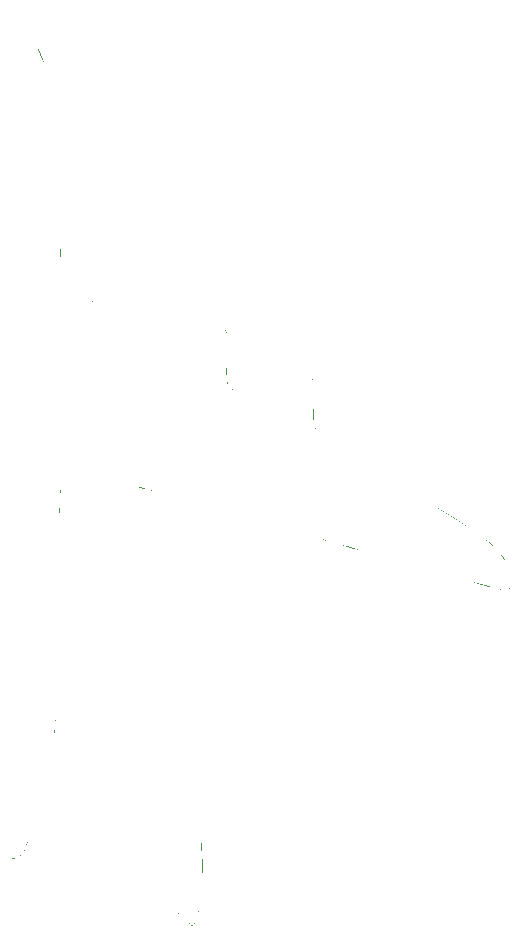
<source format=gbr>
G04 #@! TF.GenerationSoftware,KiCad,Pcbnew,(6.99.0-2452-gdb4f2d9dd8)*
G04 #@! TF.CreationDate,2022-07-29T13:50:10-05:00*
G04 #@! TF.ProjectId,an225,616e3232-352e-46b6-9963-61645f706362,rev?*
G04 #@! TF.SameCoordinates,Original*
G04 #@! TF.FileFunction,Legend,Top*
G04 #@! TF.FilePolarity,Positive*
%FSLAX46Y46*%
G04 Gerber Fmt 4.6, Leading zero omitted, Abs format (unit mm)*
G04 Created by KiCad (PCBNEW (6.99.0-2452-gdb4f2d9dd8)) date 2022-07-29 13:50:10*
%MOMM*%
%LPD*%
G01*
G04 APERTURE LIST*
%ADD10C,0.150000*%
%ADD11R,1.700000X1.700000*%
%ADD12O,1.700000X1.700000*%
G04 APERTURE END LIST*
D10*
G36*
X119930048Y-45927807D02*
G01*
X120092419Y-46036359D01*
X120204969Y-46117773D01*
X120334544Y-46217279D01*
X120478230Y-46334877D01*
X120633112Y-46470566D01*
X120796278Y-46624348D01*
X120964812Y-46796222D01*
X121050182Y-46888944D01*
X121135801Y-46986188D01*
X121221306Y-47087955D01*
X121306331Y-47194246D01*
X121390514Y-47305059D01*
X121473488Y-47420396D01*
X121554891Y-47540255D01*
X121634358Y-47664637D01*
X121711525Y-47793543D01*
X121786027Y-47926971D01*
X121857501Y-48064922D01*
X121925581Y-48207397D01*
X122173760Y-48761030D01*
X122394992Y-49284654D01*
X122591028Y-49790756D01*
X122763620Y-50291823D01*
X122914518Y-50800342D01*
X123045474Y-51328799D01*
X123158239Y-51889681D01*
X123254564Y-52495474D01*
X123336199Y-53158666D01*
X123404897Y-53891743D01*
X123462408Y-54707191D01*
X123510483Y-55617498D01*
X123550873Y-56635149D01*
X123585331Y-57772632D01*
X123643449Y-60457040D01*
X123690969Y-62878790D01*
X123747713Y-64712112D01*
X123786344Y-65438987D01*
X123835444Y-66055804D01*
X123897731Y-66574913D01*
X123975926Y-67008663D01*
X124072751Y-67369403D01*
X124190925Y-67669484D01*
X124333170Y-67921255D01*
X124502205Y-68137065D01*
X124700751Y-68329265D01*
X124931528Y-68510203D01*
X125500661Y-68887695D01*
X126209878Y-69340282D01*
X126493862Y-69517435D01*
X126735344Y-69661275D01*
X126937761Y-69771386D01*
X127104550Y-69847352D01*
X127175657Y-69872401D01*
X127239145Y-69888758D01*
X127295444Y-69896371D01*
X127344984Y-69895188D01*
X127388193Y-69885158D01*
X127425502Y-69866227D01*
X127457339Y-69838345D01*
X127484136Y-69801460D01*
X127506320Y-69755519D01*
X127524321Y-69700470D01*
X127538570Y-69636263D01*
X127549495Y-69562844D01*
X127563094Y-69388164D01*
X127568552Y-69176016D01*
X127568796Y-68637653D01*
X127571754Y-68182555D01*
X127578779Y-67998429D01*
X127592461Y-67840559D01*
X127602491Y-67770839D01*
X127615017Y-67706925D01*
X127630316Y-67648565D01*
X127648665Y-67595507D01*
X127670343Y-67547497D01*
X127695626Y-67504285D01*
X127724791Y-67465617D01*
X127758116Y-67431241D01*
X127795879Y-67400904D01*
X127838356Y-67374353D01*
X127885825Y-67351338D01*
X127938563Y-67331604D01*
X127996847Y-67314900D01*
X128060956Y-67300972D01*
X128131165Y-67289570D01*
X128207753Y-67280439D01*
X128381174Y-67267984D01*
X128583437Y-67261589D01*
X129083362Y-67258896D01*
X129349945Y-67259475D01*
X129583135Y-67263528D01*
X129785035Y-67274530D01*
X129874908Y-67283723D01*
X129957748Y-67295956D01*
X130033818Y-67311662D01*
X130103379Y-67331278D01*
X130166696Y-67355236D01*
X130224031Y-67383972D01*
X130275648Y-67417919D01*
X130321809Y-67457512D01*
X130362777Y-67503185D01*
X130398815Y-67555373D01*
X130430186Y-67614509D01*
X130457154Y-67681028D01*
X130479980Y-67755364D01*
X130498929Y-67837952D01*
X130514263Y-67929226D01*
X130526245Y-68029620D01*
X130535138Y-68139569D01*
X130541205Y-68259506D01*
X130545913Y-68531083D01*
X130542473Y-68847827D01*
X130519563Y-69630711D01*
X130497701Y-70416033D01*
X130496743Y-70738564D01*
X130506283Y-71021409D01*
X130529210Y-71269872D01*
X130546595Y-71382867D01*
X130568409Y-71489254D01*
X130595013Y-71589696D01*
X130626768Y-71684855D01*
X130664035Y-71775396D01*
X130707175Y-71861979D01*
X130756549Y-71945268D01*
X130812517Y-72025926D01*
X130875441Y-72104615D01*
X130945681Y-72181998D01*
X131023599Y-72258737D01*
X131109555Y-72335496D01*
X131307025Y-72491723D01*
X131540980Y-72655979D01*
X131814306Y-72833567D01*
X132490620Y-73249944D01*
X133301449Y-73740338D01*
X133994149Y-74153434D01*
X134495204Y-74445789D01*
X134650891Y-74533113D01*
X134731099Y-74573959D01*
X134740892Y-74575908D01*
X134750562Y-74573914D01*
X134760095Y-74568071D01*
X134769479Y-74558470D01*
X134778702Y-74545204D01*
X134787752Y-74528364D01*
X134796617Y-74508043D01*
X134805284Y-74484332D01*
X134821976Y-74427111D01*
X134837730Y-74357436D01*
X134852449Y-74276045D01*
X134866034Y-74183672D01*
X134878387Y-74081056D01*
X134889412Y-73968932D01*
X134899009Y-73848036D01*
X134907080Y-73719105D01*
X134913529Y-73582875D01*
X134918256Y-73440083D01*
X134921165Y-73291464D01*
X134922156Y-73137756D01*
X134925123Y-72638413D01*
X134932169Y-72436386D01*
X134945891Y-72263167D01*
X134955951Y-72186669D01*
X134968514Y-72116541D01*
X134983859Y-72052507D01*
X135002263Y-71994291D01*
X135024005Y-71941614D01*
X135049363Y-71894200D01*
X135078615Y-71851773D01*
X135112039Y-71814054D01*
X135149914Y-71780768D01*
X135192518Y-71751637D01*
X135240128Y-71726383D01*
X135293022Y-71704731D01*
X135351480Y-71686403D01*
X135415779Y-71671121D01*
X135486198Y-71658610D01*
X135563013Y-71648592D01*
X135736950Y-71634926D01*
X135939814Y-71627909D01*
X136441226Y-71624954D01*
X136708601Y-71625565D01*
X136942472Y-71629838D01*
X137144940Y-71641436D01*
X137235054Y-71651127D01*
X137318104Y-71664022D01*
X137394353Y-71680581D01*
X137464064Y-71701259D01*
X137527499Y-71726516D01*
X137584920Y-71756809D01*
X137636590Y-71792596D01*
X137682772Y-71834335D01*
X137723727Y-71882483D01*
X137759719Y-71937499D01*
X137791009Y-71999840D01*
X137817861Y-72069965D01*
X137840537Y-72148330D01*
X137859299Y-72235394D01*
X137874410Y-72331614D01*
X137886132Y-72437449D01*
X137894728Y-72553356D01*
X137900460Y-72679794D01*
X137904383Y-72966090D01*
X137900000Y-73300000D01*
X137874718Y-74125314D01*
X137848495Y-74951827D01*
X137841875Y-75288582D01*
X137841442Y-75580417D01*
X137848588Y-75831894D01*
X137864706Y-76047572D01*
X137891190Y-76232013D01*
X137929433Y-76389778D01*
X137980829Y-76525427D01*
X138011894Y-76586384D01*
X138046771Y-76643522D01*
X138128652Y-76748623D01*
X138227865Y-76845291D01*
X138345805Y-76938086D01*
X138483864Y-77031571D01*
X138825914Y-77238849D01*
X139310072Y-77529008D01*
X139861900Y-77865770D01*
X140413447Y-78207360D01*
X140896764Y-78512002D01*
X141359639Y-78805240D01*
X141546047Y-78917040D01*
X141705286Y-79003503D01*
X141775386Y-79036734D01*
X141839496Y-79063034D01*
X141897883Y-79082203D01*
X141950815Y-79094041D01*
X141998558Y-79098350D01*
X142041381Y-79094930D01*
X142079551Y-79083582D01*
X142113335Y-79064107D01*
X142142999Y-79036306D01*
X142168813Y-78999979D01*
X142191043Y-78954927D01*
X142209955Y-78900951D01*
X142225819Y-78837853D01*
X142238900Y-78765431D01*
X142249467Y-78683489D01*
X142257787Y-78591825D01*
X142268753Y-78378539D01*
X142273938Y-78123979D01*
X142275520Y-77484666D01*
X142278494Y-76915795D01*
X142285557Y-76685638D01*
X142299310Y-76488300D01*
X142309393Y-76401149D01*
X142321985Y-76321257D01*
X142337365Y-76248307D01*
X142355812Y-76181985D01*
X142377604Y-76121974D01*
X142403020Y-76067958D01*
X142432340Y-76019623D01*
X142465841Y-75976653D01*
X142503803Y-75938731D01*
X142546505Y-75905544D01*
X142594224Y-75876774D01*
X142647241Y-75852107D01*
X142705833Y-75831227D01*
X142770280Y-75813817D01*
X142840861Y-75799564D01*
X142917853Y-75788151D01*
X143092190Y-75772583D01*
X143295522Y-75764588D01*
X143798088Y-75761222D01*
X144066074Y-75761855D01*
X144300461Y-75766282D01*
X144503332Y-75778298D01*
X144593601Y-75788338D01*
X144676773Y-75801698D01*
X144753109Y-75818853D01*
X144822870Y-75840277D01*
X144886315Y-75866444D01*
X144943706Y-75897829D01*
X144995304Y-75934905D01*
X145041368Y-75978148D01*
X145082160Y-76028032D01*
X145117940Y-76085030D01*
X145148969Y-76149618D01*
X145175508Y-76222269D01*
X145197817Y-76303458D01*
X145216156Y-76393660D01*
X145230787Y-76493348D01*
X145241970Y-76602997D01*
X145249965Y-76723081D01*
X145255034Y-76854074D01*
X145257434Y-77150687D01*
X145251255Y-77496631D01*
X145221500Y-78351686D01*
X145205791Y-78808669D01*
X145202737Y-79214706D01*
X145209184Y-79401672D01*
X145222668Y-79579564D01*
X145244480Y-79749603D01*
X145275912Y-79913011D01*
X145318255Y-80071008D01*
X145372801Y-80224815D01*
X145440840Y-80375653D01*
X145523664Y-80524744D01*
X145622565Y-80673307D01*
X145738832Y-80822564D01*
X145873759Y-80973737D01*
X146028635Y-81128045D01*
X146204753Y-81286710D01*
X146403403Y-81450954D01*
X146625877Y-81621995D01*
X146873466Y-81801057D01*
X147147461Y-81989360D01*
X147449153Y-82188124D01*
X148140796Y-82621922D01*
X148958725Y-83112218D01*
X149913269Y-83668780D01*
X152273523Y-85019774D01*
X155097073Y-86648553D01*
X157310178Y-87980746D01*
X158210350Y-88555000D01*
X158984954Y-89078361D01*
X159643003Y-89558579D01*
X160193514Y-90003406D01*
X160645498Y-90420594D01*
X161007972Y-90817892D01*
X161289949Y-91203053D01*
X161500444Y-91583827D01*
X161648470Y-91967965D01*
X161743043Y-92363219D01*
X161793176Y-92777340D01*
X161807884Y-93218079D01*
X161809464Y-93297654D01*
X161813235Y-93372450D01*
X161821541Y-93506806D01*
X161823172Y-93565916D01*
X161821185Y-93619349D01*
X161814128Y-93666881D01*
X161808244Y-93688363D01*
X161800548Y-93708285D01*
X161790859Y-93726620D01*
X161778994Y-93743339D01*
X161764773Y-93758414D01*
X161748014Y-93771817D01*
X161728535Y-93783520D01*
X161706154Y-93793495D01*
X161680691Y-93801714D01*
X161651963Y-93808148D01*
X161619790Y-93812770D01*
X161583989Y-93815552D01*
X161500778Y-93815483D01*
X161400880Y-93807715D01*
X161282842Y-93792025D01*
X161145211Y-93768188D01*
X160986535Y-93735978D01*
X160805362Y-93695173D01*
X160600241Y-93645547D01*
X160369717Y-93586875D01*
X160112340Y-93518934D01*
X159511216Y-93354343D01*
X158785250Y-93149980D01*
X157922824Y-92904046D01*
X155742122Y-92280286D01*
X151621663Y-91110996D01*
X149762620Y-90595047D01*
X149685135Y-90576548D01*
X149559611Y-90543220D01*
X149190666Y-90439588D01*
X148708217Y-90299178D01*
X148164696Y-90137018D01*
X147620336Y-89974737D01*
X147135605Y-89833993D01*
X146763283Y-89729864D01*
X146556151Y-89677432D01*
X146477750Y-89658976D01*
X146353727Y-89626372D01*
X145994228Y-89525971D01*
X145528475Y-89390744D01*
X145007289Y-89235201D01*
X144472330Y-89075831D01*
X143969071Y-88930193D01*
X143554060Y-88814385D01*
X143283850Y-88744510D01*
X142865373Y-88631679D01*
X142046673Y-88398924D01*
X140945955Y-88080206D01*
X139681424Y-87709483D01*
X131886519Y-85459873D01*
X131849162Y-85453752D01*
X131808282Y-85445576D01*
X131716538Y-85423787D01*
X131612459Y-85395958D01*
X131497219Y-85363542D01*
X131237946Y-85290759D01*
X131096260Y-85253296D01*
X130948103Y-85217056D01*
X130678440Y-85135022D01*
X130354530Y-85058992D01*
X129983752Y-84989143D01*
X129573482Y-84925649D01*
X128663987Y-84818428D01*
X127685072Y-84738728D01*
X126695765Y-84687948D01*
X125755094Y-84667488D01*
X124922087Y-84678749D01*
X124564404Y-84696712D01*
X124255772Y-84723129D01*
X124205301Y-84723433D01*
X124157960Y-84725556D01*
X124135425Y-84727868D01*
X124113627Y-84731318D01*
X124092550Y-84736133D01*
X124072178Y-84742541D01*
X124052497Y-84750768D01*
X124033490Y-84761042D01*
X124015142Y-84773591D01*
X123997438Y-84788642D01*
X123980362Y-84806423D01*
X123963899Y-84827161D01*
X123948033Y-84851084D01*
X123932750Y-84878419D01*
X123918032Y-84909393D01*
X123903866Y-84944235D01*
X123890235Y-84983171D01*
X123877124Y-85026429D01*
X123864518Y-85074237D01*
X123852401Y-85126821D01*
X123840758Y-85184411D01*
X123829573Y-85247232D01*
X123818831Y-85315512D01*
X123808516Y-85389479D01*
X123789107Y-85555384D01*
X123771221Y-85746766D01*
X123754736Y-85965446D01*
X123739527Y-86213242D01*
X123725471Y-86491974D01*
X123712445Y-86803463D01*
X123700324Y-87149528D01*
X123688985Y-87531989D01*
X123678305Y-87952666D01*
X123668159Y-88413379D01*
X123658425Y-88915947D01*
X123639695Y-90053928D01*
X123621125Y-91381168D01*
X123580511Y-94661659D01*
X123522247Y-98594338D01*
X123452131Y-101955245D01*
X123378986Y-104387609D01*
X123311635Y-105534659D01*
X123286749Y-105700173D01*
X123278109Y-105777065D01*
X123273333Y-105851299D01*
X123273418Y-105923814D01*
X123279360Y-105995550D01*
X123292156Y-106067445D01*
X123301436Y-106103745D01*
X123312803Y-106140438D01*
X123326382Y-106177640D01*
X123342298Y-106215469D01*
X123360674Y-106254042D01*
X123381637Y-106293477D01*
X123431817Y-106375401D01*
X123493835Y-106462180D01*
X123568687Y-106554753D01*
X123657371Y-106654060D01*
X123760883Y-106761039D01*
X123880219Y-106876630D01*
X124016377Y-107001772D01*
X124170353Y-107137404D01*
X124343144Y-107284465D01*
X124535746Y-107443894D01*
X124749157Y-107616630D01*
X124984373Y-107803613D01*
X125242391Y-108005782D01*
X125524207Y-108224075D01*
X126163222Y-108712793D01*
X126909391Y-109277280D01*
X128755090Y-110663612D01*
X130601480Y-112045396D01*
X131991498Y-113066754D01*
X132536597Y-113452527D01*
X132993078Y-113760497D01*
X133369433Y-113994765D01*
X133674154Y-114159433D01*
X133915732Y-114258601D01*
X134015496Y-114284904D01*
X134102659Y-114296370D01*
X134178282Y-114293511D01*
X134243427Y-114276841D01*
X134299155Y-114246872D01*
X134346527Y-114204116D01*
X134386606Y-114149087D01*
X134420451Y-114082296D01*
X134473692Y-113915481D01*
X134552086Y-113463272D01*
X134586088Y-113247507D01*
X134621473Y-113054148D01*
X134658129Y-112882933D01*
X134695946Y-112733601D01*
X134734814Y-112605888D01*
X134774622Y-112499534D01*
X134815261Y-112414277D01*
X134856619Y-112349854D01*
X134898586Y-112306004D01*
X134941053Y-112282465D01*
X134962439Y-112278230D01*
X134983909Y-112278975D01*
X135027042Y-112295272D01*
X135070344Y-112331094D01*
X135113703Y-112386179D01*
X135157010Y-112460266D01*
X135200154Y-112553093D01*
X135243024Y-112664397D01*
X135285510Y-112793917D01*
X135327503Y-112941390D01*
X135368891Y-113106556D01*
X135449412Y-113488916D01*
X135526190Y-113938901D01*
X135598344Y-114454417D01*
X135664991Y-115033367D01*
X135725246Y-115673658D01*
X135778229Y-116373193D01*
X135803474Y-116931838D01*
X135807410Y-117513465D01*
X135792109Y-118106813D01*
X135759644Y-118700620D01*
X135712090Y-119283625D01*
X135651519Y-119844565D01*
X135580005Y-120372178D01*
X135499621Y-120855203D01*
X135412439Y-121282379D01*
X135320534Y-121642442D01*
X135225979Y-121924132D01*
X135130847Y-122116186D01*
X135083712Y-122175080D01*
X135037210Y-122207343D01*
X134991601Y-122211565D01*
X134947144Y-122186340D01*
X134904097Y-122130260D01*
X134862720Y-122041917D01*
X134786012Y-121762811D01*
X134765680Y-121669258D01*
X134744928Y-121583997D01*
X134723726Y-121506986D01*
X134702043Y-121438185D01*
X134679847Y-121377551D01*
X134657108Y-121325043D01*
X134633795Y-121280620D01*
X134609877Y-121244241D01*
X134597681Y-121229054D01*
X134585322Y-121215863D01*
X134572796Y-121204661D01*
X134560100Y-121195445D01*
X134547228Y-121188209D01*
X134534179Y-121182946D01*
X134520947Y-121179654D01*
X134507529Y-121178325D01*
X134493920Y-121178955D01*
X134480118Y-121181540D01*
X134466118Y-121186072D01*
X134451916Y-121192548D01*
X134437508Y-121200963D01*
X134422891Y-121211310D01*
X134393013Y-121237784D01*
X134377880Y-121252400D01*
X134362792Y-121265934D01*
X134347745Y-121278384D01*
X134332734Y-121289749D01*
X134317754Y-121300029D01*
X134302800Y-121309223D01*
X134287869Y-121317331D01*
X134272954Y-121324351D01*
X134258050Y-121330284D01*
X134243155Y-121335127D01*
X134228261Y-121338882D01*
X134213365Y-121341546D01*
X134198463Y-121343119D01*
X134183548Y-121343600D01*
X134168616Y-121342989D01*
X134153663Y-121341285D01*
X134138684Y-121338488D01*
X134123673Y-121334595D01*
X134108627Y-121329608D01*
X134093540Y-121323525D01*
X134078407Y-121316345D01*
X134063224Y-121308067D01*
X134047987Y-121298692D01*
X134032689Y-121288218D01*
X134017326Y-121276644D01*
X134001895Y-121263970D01*
X133986389Y-121250195D01*
X133970804Y-121235318D01*
X133955135Y-121219339D01*
X133939377Y-121202256D01*
X133923526Y-121184070D01*
X133907577Y-121164780D01*
X133307938Y-120821059D01*
X131865892Y-120090895D01*
X127569318Y-118004173D01*
X123247332Y-115970495D01*
X121773521Y-115306635D01*
X121129411Y-115055740D01*
X121121026Y-115056717D01*
X121112193Y-115059615D01*
X121102936Y-115064386D01*
X121093278Y-115070983D01*
X121083243Y-115079358D01*
X121072856Y-115089463D01*
X121062139Y-115101249D01*
X121051118Y-115114670D01*
X121039815Y-115129677D01*
X121028254Y-115146222D01*
X121004457Y-115183737D01*
X120979917Y-115226831D01*
X120954824Y-115275121D01*
X120929370Y-115328225D01*
X120903745Y-115385760D01*
X120878141Y-115447343D01*
X120852748Y-115512591D01*
X120827757Y-115581120D01*
X120803360Y-115652549D01*
X120779746Y-115726494D01*
X120757107Y-115802573D01*
X120738831Y-115859576D01*
X120717682Y-115913717D01*
X120693889Y-115965065D01*
X120667676Y-116013689D01*
X120639272Y-116059658D01*
X120608901Y-116103040D01*
X120576791Y-116143906D01*
X120543167Y-116182323D01*
X120508257Y-116218361D01*
X120472286Y-116252089D01*
X120435480Y-116283577D01*
X120398067Y-116312892D01*
X120322323Y-116365283D01*
X120246863Y-116409815D01*
X120173499Y-116447039D01*
X120104041Y-116477508D01*
X120040301Y-116501775D01*
X119984090Y-116520391D01*
X119901495Y-116542881D01*
X119870744Y-116549396D01*
X119870744Y-45891623D01*
X119930048Y-45927807D01*
G37*
X119930048Y-45927807D02*
X120092419Y-46036359D01*
X120204969Y-46117773D01*
X120334544Y-46217279D01*
X120478230Y-46334877D01*
X120633112Y-46470566D01*
X120796278Y-46624348D01*
X120964812Y-46796222D01*
X121050182Y-46888944D01*
X121135801Y-46986188D01*
X121221306Y-47087955D01*
X121306331Y-47194246D01*
X121390514Y-47305059D01*
X121473488Y-47420396D01*
X121554891Y-47540255D01*
X121634358Y-47664637D01*
X121711525Y-47793543D01*
X121786027Y-47926971D01*
X121857501Y-48064922D01*
X121925581Y-48207397D01*
X122173760Y-48761030D01*
X122394992Y-49284654D01*
X122591028Y-49790756D01*
X122763620Y-50291823D01*
X122914518Y-50800342D01*
X123045474Y-51328799D01*
X123158239Y-51889681D01*
X123254564Y-52495474D01*
X123336199Y-53158666D01*
X123404897Y-53891743D01*
X123462408Y-54707191D01*
X123510483Y-55617498D01*
X123550873Y-56635149D01*
X123585331Y-57772632D01*
X123643449Y-60457040D01*
X123690969Y-62878790D01*
X123747713Y-64712112D01*
X123786344Y-65438987D01*
X123835444Y-66055804D01*
X123897731Y-66574913D01*
X123975926Y-67008663D01*
X124072751Y-67369403D01*
X124190925Y-67669484D01*
X124333170Y-67921255D01*
X124502205Y-68137065D01*
X124700751Y-68329265D01*
X124931528Y-68510203D01*
X125500661Y-68887695D01*
X126209878Y-69340282D01*
X126493862Y-69517435D01*
X126735344Y-69661275D01*
X126937761Y-69771386D01*
X127104550Y-69847352D01*
X127175657Y-69872401D01*
X127239145Y-69888758D01*
X127295444Y-69896371D01*
X127344984Y-69895188D01*
X127388193Y-69885158D01*
X127425502Y-69866227D01*
X127457339Y-69838345D01*
X127484136Y-69801460D01*
X127506320Y-69755519D01*
X127524321Y-69700470D01*
X127538570Y-69636263D01*
X127549495Y-69562844D01*
X127563094Y-69388164D01*
X127568552Y-69176016D01*
X127568796Y-68637653D01*
X127571754Y-68182555D01*
X127578779Y-67998429D01*
X127592461Y-67840559D01*
X127602491Y-67770839D01*
X127615017Y-67706925D01*
X127630316Y-67648565D01*
X127648665Y-67595507D01*
X127670343Y-67547497D01*
X127695626Y-67504285D01*
X127724791Y-67465617D01*
X127758116Y-67431241D01*
X127795879Y-67400904D01*
X127838356Y-67374353D01*
X127885825Y-67351338D01*
X127938563Y-67331604D01*
X127996847Y-67314900D01*
X128060956Y-67300972D01*
X128131165Y-67289570D01*
X128207753Y-67280439D01*
X128381174Y-67267984D01*
X128583437Y-67261589D01*
X129083362Y-67258896D01*
X129349945Y-67259475D01*
X129583135Y-67263528D01*
X129785035Y-67274530D01*
X129874908Y-67283723D01*
X129957748Y-67295956D01*
X130033818Y-67311662D01*
X130103379Y-67331278D01*
X130166696Y-67355236D01*
X130224031Y-67383972D01*
X130275648Y-67417919D01*
X130321809Y-67457512D01*
X130362777Y-67503185D01*
X130398815Y-67555373D01*
X130430186Y-67614509D01*
X130457154Y-67681028D01*
X130479980Y-67755364D01*
X130498929Y-67837952D01*
X130514263Y-67929226D01*
X130526245Y-68029620D01*
X130535138Y-68139569D01*
X130541205Y-68259506D01*
X130545913Y-68531083D01*
X130542473Y-68847827D01*
X130519563Y-69630711D01*
X130497701Y-70416033D01*
X130496743Y-70738564D01*
X130506283Y-71021409D01*
X130529210Y-71269872D01*
X130546595Y-71382867D01*
X130568409Y-71489254D01*
X130595013Y-71589696D01*
X130626768Y-71684855D01*
X130664035Y-71775396D01*
X130707175Y-71861979D01*
X130756549Y-71945268D01*
X130812517Y-72025926D01*
X130875441Y-72104615D01*
X130945681Y-72181998D01*
X131023599Y-72258737D01*
X131109555Y-72335496D01*
X131307025Y-72491723D01*
X131540980Y-72655979D01*
X131814306Y-72833567D01*
X132490620Y-73249944D01*
X133301449Y-73740338D01*
X133994149Y-74153434D01*
X134495204Y-74445789D01*
X134650891Y-74533113D01*
X134731099Y-74573959D01*
X134740892Y-74575908D01*
X134750562Y-74573914D01*
X134760095Y-74568071D01*
X134769479Y-74558470D01*
X134778702Y-74545204D01*
X134787752Y-74528364D01*
X134796617Y-74508043D01*
X134805284Y-74484332D01*
X134821976Y-74427111D01*
X134837730Y-74357436D01*
X134852449Y-74276045D01*
X134866034Y-74183672D01*
X134878387Y-74081056D01*
X134889412Y-73968932D01*
X134899009Y-73848036D01*
X134907080Y-73719105D01*
X134913529Y-73582875D01*
X134918256Y-73440083D01*
X134921165Y-73291464D01*
X134922156Y-73137756D01*
X134925123Y-72638413D01*
X134932169Y-72436386D01*
X134945891Y-72263167D01*
X134955951Y-72186669D01*
X134968514Y-72116541D01*
X134983859Y-72052507D01*
X135002263Y-71994291D01*
X135024005Y-71941614D01*
X135049363Y-71894200D01*
X135078615Y-71851773D01*
X135112039Y-71814054D01*
X135149914Y-71780768D01*
X135192518Y-71751637D01*
X135240128Y-71726383D01*
X135293022Y-71704731D01*
X135351480Y-71686403D01*
X135415779Y-71671121D01*
X135486198Y-71658610D01*
X135563013Y-71648592D01*
X135736950Y-71634926D01*
X135939814Y-71627909D01*
X136441226Y-71624954D01*
X136708601Y-71625565D01*
X136942472Y-71629838D01*
X137144940Y-71641436D01*
X137235054Y-71651127D01*
X137318104Y-71664022D01*
X137394353Y-71680581D01*
X137464064Y-71701259D01*
X137527499Y-71726516D01*
X137584920Y-71756809D01*
X137636590Y-71792596D01*
X137682772Y-71834335D01*
X137723727Y-71882483D01*
X137759719Y-71937499D01*
X137791009Y-71999840D01*
X137817861Y-72069965D01*
X137840537Y-72148330D01*
X137859299Y-72235394D01*
X137874410Y-72331614D01*
X137886132Y-72437449D01*
X137894728Y-72553356D01*
X137900460Y-72679794D01*
X137904383Y-72966090D01*
X137900000Y-73300000D01*
X137874718Y-74125314D01*
X137848495Y-74951827D01*
X137841875Y-75288582D01*
X137841442Y-75580417D01*
X137848588Y-75831894D01*
X137864706Y-76047572D01*
X137891190Y-76232013D01*
X137929433Y-76389778D01*
X137980829Y-76525427D01*
X138011894Y-76586384D01*
X138046771Y-76643522D01*
X138128652Y-76748623D01*
X138227865Y-76845291D01*
X138345805Y-76938086D01*
X138483864Y-77031571D01*
X138825914Y-77238849D01*
X139310072Y-77529008D01*
X139861900Y-77865770D01*
X140413447Y-78207360D01*
X140896764Y-78512002D01*
X141359639Y-78805240D01*
X141546047Y-78917040D01*
X141705286Y-79003503D01*
X141775386Y-79036734D01*
X141839496Y-79063034D01*
X141897883Y-79082203D01*
X141950815Y-79094041D01*
X141998558Y-79098350D01*
X142041381Y-79094930D01*
X142079551Y-79083582D01*
X142113335Y-79064107D01*
X142142999Y-79036306D01*
X142168813Y-78999979D01*
X142191043Y-78954927D01*
X142209955Y-78900951D01*
X142225819Y-78837853D01*
X142238900Y-78765431D01*
X142249467Y-78683489D01*
X142257787Y-78591825D01*
X142268753Y-78378539D01*
X142273938Y-78123979D01*
X142275520Y-77484666D01*
X142278494Y-76915795D01*
X142285557Y-76685638D01*
X142299310Y-76488300D01*
X142309393Y-76401149D01*
X142321985Y-76321257D01*
X142337365Y-76248307D01*
X142355812Y-76181985D01*
X142377604Y-76121974D01*
X142403020Y-76067958D01*
X142432340Y-76019623D01*
X142465841Y-75976653D01*
X142503803Y-75938731D01*
X142546505Y-75905544D01*
X142594224Y-75876774D01*
X142647241Y-75852107D01*
X142705833Y-75831227D01*
X142770280Y-75813817D01*
X142840861Y-75799564D01*
X142917853Y-75788151D01*
X143092190Y-75772583D01*
X143295522Y-75764588D01*
X143798088Y-75761222D01*
X144066074Y-75761855D01*
X144300461Y-75766282D01*
X144503332Y-75778298D01*
X144593601Y-75788338D01*
X144676773Y-75801698D01*
X144753109Y-75818853D01*
X144822870Y-75840277D01*
X144886315Y-75866444D01*
X144943706Y-75897829D01*
X144995304Y-75934905D01*
X145041368Y-75978148D01*
X145082160Y-76028032D01*
X145117940Y-76085030D01*
X145148969Y-76149618D01*
X145175508Y-76222269D01*
X145197817Y-76303458D01*
X145216156Y-76393660D01*
X145230787Y-76493348D01*
X145241970Y-76602997D01*
X145249965Y-76723081D01*
X145255034Y-76854074D01*
X145257434Y-77150687D01*
X145251255Y-77496631D01*
X145221500Y-78351686D01*
X145205791Y-78808669D01*
X145202737Y-79214706D01*
X145209184Y-79401672D01*
X145222668Y-79579564D01*
X145244480Y-79749603D01*
X145275912Y-79913011D01*
X145318255Y-80071008D01*
X145372801Y-80224815D01*
X145440840Y-80375653D01*
X145523664Y-80524744D01*
X145622565Y-80673307D01*
X145738832Y-80822564D01*
X145873759Y-80973737D01*
X146028635Y-81128045D01*
X146204753Y-81286710D01*
X146403403Y-81450954D01*
X146625877Y-81621995D01*
X146873466Y-81801057D01*
X147147461Y-81989360D01*
X147449153Y-82188124D01*
X148140796Y-82621922D01*
X148958725Y-83112218D01*
X149913269Y-83668780D01*
X152273523Y-85019774D01*
X155097073Y-86648553D01*
X157310178Y-87980746D01*
X158210350Y-88555000D01*
X158984954Y-89078361D01*
X159643003Y-89558579D01*
X160193514Y-90003406D01*
X160645498Y-90420594D01*
X161007972Y-90817892D01*
X161289949Y-91203053D01*
X161500444Y-91583827D01*
X161648470Y-91967965D01*
X161743043Y-92363219D01*
X161793176Y-92777340D01*
X161807884Y-93218079D01*
X161809464Y-93297654D01*
X161813235Y-93372450D01*
X161821541Y-93506806D01*
X161823172Y-93565916D01*
X161821185Y-93619349D01*
X161814128Y-93666881D01*
X161808244Y-93688363D01*
X161800548Y-93708285D01*
X161790859Y-93726620D01*
X161778994Y-93743339D01*
X161764773Y-93758414D01*
X161748014Y-93771817D01*
X161728535Y-93783520D01*
X161706154Y-93793495D01*
X161680691Y-93801714D01*
X161651963Y-93808148D01*
X161619790Y-93812770D01*
X161583989Y-93815552D01*
X161500778Y-93815483D01*
X161400880Y-93807715D01*
X161282842Y-93792025D01*
X161145211Y-93768188D01*
X160986535Y-93735978D01*
X160805362Y-93695173D01*
X160600241Y-93645547D01*
X160369717Y-93586875D01*
X160112340Y-93518934D01*
X159511216Y-93354343D01*
X158785250Y-93149980D01*
X157922824Y-92904046D01*
X155742122Y-92280286D01*
X151621663Y-91110996D01*
X149762620Y-90595047D01*
X149685135Y-90576548D01*
X149559611Y-90543220D01*
X149190666Y-90439588D01*
X148708217Y-90299178D01*
X148164696Y-90137018D01*
X147620336Y-89974737D01*
X147135605Y-89833993D01*
X146763283Y-89729864D01*
X146556151Y-89677432D01*
X146477750Y-89658976D01*
X146353727Y-89626372D01*
X145994228Y-89525971D01*
X145528475Y-89390744D01*
X145007289Y-89235201D01*
X144472330Y-89075831D01*
X143969071Y-88930193D01*
X143554060Y-88814385D01*
X143283850Y-88744510D01*
X142865373Y-88631679D01*
X142046673Y-88398924D01*
X140945955Y-88080206D01*
X139681424Y-87709483D01*
X131886519Y-85459873D01*
X131849162Y-85453752D01*
X131808282Y-85445576D01*
X131716538Y-85423787D01*
X131612459Y-85395958D01*
X131497219Y-85363542D01*
X131237946Y-85290759D01*
X131096260Y-85253296D01*
X130948103Y-85217056D01*
X130678440Y-85135022D01*
X130354530Y-85058992D01*
X129983752Y-84989143D01*
X129573482Y-84925649D01*
X128663987Y-84818428D01*
X127685072Y-84738728D01*
X126695765Y-84687948D01*
X125755094Y-84667488D01*
X124922087Y-84678749D01*
X124564404Y-84696712D01*
X124255772Y-84723129D01*
X124205301Y-84723433D01*
X124157960Y-84725556D01*
X124135425Y-84727868D01*
X124113627Y-84731318D01*
X124092550Y-84736133D01*
X124072178Y-84742541D01*
X124052497Y-84750768D01*
X124033490Y-84761042D01*
X124015142Y-84773591D01*
X123997438Y-84788642D01*
X123980362Y-84806423D01*
X123963899Y-84827161D01*
X123948033Y-84851084D01*
X123932750Y-84878419D01*
X123918032Y-84909393D01*
X123903866Y-84944235D01*
X123890235Y-84983171D01*
X123877124Y-85026429D01*
X123864518Y-85074237D01*
X123852401Y-85126821D01*
X123840758Y-85184411D01*
X123829573Y-85247232D01*
X123818831Y-85315512D01*
X123808516Y-85389479D01*
X123789107Y-85555384D01*
X123771221Y-85746766D01*
X123754736Y-85965446D01*
X123739527Y-86213242D01*
X123725471Y-86491974D01*
X123712445Y-86803463D01*
X123700324Y-87149528D01*
X123688985Y-87531989D01*
X123678305Y-87952666D01*
X123668159Y-88413379D01*
X123658425Y-88915947D01*
X123639695Y-90053928D01*
X123621125Y-91381168D01*
X123580511Y-94661659D01*
X123522247Y-98594338D01*
X123452131Y-101955245D01*
X123378986Y-104387609D01*
X123311635Y-105534659D01*
X123286749Y-105700173D01*
X123278109Y-105777065D01*
X123273333Y-105851299D01*
X123273418Y-105923814D01*
X123279360Y-105995550D01*
X123292156Y-106067445D01*
X123301436Y-106103745D01*
X123312803Y-106140438D01*
X123326382Y-106177640D01*
X123342298Y-106215469D01*
X123360674Y-106254042D01*
X123381637Y-106293477D01*
X123431817Y-106375401D01*
X123493835Y-106462180D01*
X123568687Y-106554753D01*
X123657371Y-106654060D01*
X123760883Y-106761039D01*
X123880219Y-106876630D01*
X124016377Y-107001772D01*
X124170353Y-107137404D01*
X124343144Y-107284465D01*
X124535746Y-107443894D01*
X124749157Y-107616630D01*
X124984373Y-107803613D01*
X125242391Y-108005782D01*
X125524207Y-108224075D01*
X126163222Y-108712793D01*
X126909391Y-109277280D01*
X128755090Y-110663612D01*
X130601480Y-112045396D01*
X131991498Y-113066754D01*
X132536597Y-113452527D01*
X132993078Y-113760497D01*
X133369433Y-113994765D01*
X133674154Y-114159433D01*
X133915732Y-114258601D01*
X134015496Y-114284904D01*
X134102659Y-114296370D01*
X134178282Y-114293511D01*
X134243427Y-114276841D01*
X134299155Y-114246872D01*
X134346527Y-114204116D01*
X134386606Y-114149087D01*
X134420451Y-114082296D01*
X134473692Y-113915481D01*
X134552086Y-113463272D01*
X134586088Y-113247507D01*
X134621473Y-113054148D01*
X134658129Y-112882933D01*
X134695946Y-112733601D01*
X134734814Y-112605888D01*
X134774622Y-112499534D01*
X134815261Y-112414277D01*
X134856619Y-112349854D01*
X134898586Y-112306004D01*
X134941053Y-112282465D01*
X134962439Y-112278230D01*
X134983909Y-112278975D01*
X135027042Y-112295272D01*
X135070344Y-112331094D01*
X135113703Y-112386179D01*
X135157010Y-112460266D01*
X135200154Y-112553093D01*
X135243024Y-112664397D01*
X135285510Y-112793917D01*
X135327503Y-112941390D01*
X135368891Y-113106556D01*
X135449412Y-113488916D01*
X135526190Y-113938901D01*
X135598344Y-114454417D01*
X135664991Y-115033367D01*
X135725246Y-115673658D01*
X135778229Y-116373193D01*
X135803474Y-116931838D01*
X135807410Y-117513465D01*
X135792109Y-118106813D01*
X135759644Y-118700620D01*
X135712090Y-119283625D01*
X135651519Y-119844565D01*
X135580005Y-120372178D01*
X135499621Y-120855203D01*
X135412439Y-121282379D01*
X135320534Y-121642442D01*
X135225979Y-121924132D01*
X135130847Y-122116186D01*
X135083712Y-122175080D01*
X135037210Y-122207343D01*
X134991601Y-122211565D01*
X134947144Y-122186340D01*
X134904097Y-122130260D01*
X134862720Y-122041917D01*
X134786012Y-121762811D01*
X134765680Y-121669258D01*
X134744928Y-121583997D01*
X134723726Y-121506986D01*
X134702043Y-121438185D01*
X134679847Y-121377551D01*
X134657108Y-121325043D01*
X134633795Y-121280620D01*
X134609877Y-121244241D01*
X134597681Y-121229054D01*
X134585322Y-121215863D01*
X134572796Y-121204661D01*
X134560100Y-121195445D01*
X134547228Y-121188209D01*
X134534179Y-121182946D01*
X134520947Y-121179654D01*
X134507529Y-121178325D01*
X134493920Y-121178955D01*
X134480118Y-121181540D01*
X134466118Y-121186072D01*
X134451916Y-121192548D01*
X134437508Y-121200963D01*
X134422891Y-121211310D01*
X134393013Y-121237784D01*
X134377880Y-121252400D01*
X134362792Y-121265934D01*
X134347745Y-121278384D01*
X134332734Y-121289749D01*
X134317754Y-121300029D01*
X134302800Y-121309223D01*
X134287869Y-121317331D01*
X134272954Y-121324351D01*
X134258050Y-121330284D01*
X134243155Y-121335127D01*
X134228261Y-121338882D01*
X134213365Y-121341546D01*
X134198463Y-121343119D01*
X134183548Y-121343600D01*
X134168616Y-121342989D01*
X134153663Y-121341285D01*
X134138684Y-121338488D01*
X134123673Y-121334595D01*
X134108627Y-121329608D01*
X134093540Y-121323525D01*
X134078407Y-121316345D01*
X134063224Y-121308067D01*
X134047987Y-121298692D01*
X134032689Y-121288218D01*
X134017326Y-121276644D01*
X134001895Y-121263970D01*
X133986389Y-121250195D01*
X133970804Y-121235318D01*
X133955135Y-121219339D01*
X133939377Y-121202256D01*
X133923526Y-121184070D01*
X133907577Y-121164780D01*
X133307938Y-120821059D01*
X131865892Y-120090895D01*
X127569318Y-118004173D01*
X123247332Y-115970495D01*
X121773521Y-115306635D01*
X121129411Y-115055740D01*
X121121026Y-115056717D01*
X121112193Y-115059615D01*
X121102936Y-115064386D01*
X121093278Y-115070983D01*
X121083243Y-115079358D01*
X121072856Y-115089463D01*
X121062139Y-115101249D01*
X121051118Y-115114670D01*
X121039815Y-115129677D01*
X121028254Y-115146222D01*
X121004457Y-115183737D01*
X120979917Y-115226831D01*
X120954824Y-115275121D01*
X120929370Y-115328225D01*
X120903745Y-115385760D01*
X120878141Y-115447343D01*
X120852748Y-115512591D01*
X120827757Y-115581120D01*
X120803360Y-115652549D01*
X120779746Y-115726494D01*
X120757107Y-115802573D01*
X120738831Y-115859576D01*
X120717682Y-115913717D01*
X120693889Y-115965065D01*
X120667676Y-116013689D01*
X120639272Y-116059658D01*
X120608901Y-116103040D01*
X120576791Y-116143906D01*
X120543167Y-116182323D01*
X120508257Y-116218361D01*
X120472286Y-116252089D01*
X120435480Y-116283577D01*
X120398067Y-116312892D01*
X120322323Y-116365283D01*
X120246863Y-116409815D01*
X120173499Y-116447039D01*
X120104041Y-116477508D01*
X120040301Y-116501775D01*
X119984090Y-116520391D01*
X119901495Y-116542881D01*
X119870744Y-116549396D01*
X119870744Y-45891623D01*
X119930048Y-45927807D01*
%LPC*%
G36*
X119919953Y-45909736D02*
G01*
X120082324Y-46018288D01*
X120194874Y-46099702D01*
X120324449Y-46199208D01*
X120468135Y-46316806D01*
X120623017Y-46452495D01*
X120786183Y-46606277D01*
X120954717Y-46778151D01*
X121040087Y-46870873D01*
X121125706Y-46968117D01*
X121211211Y-47069884D01*
X121296236Y-47176175D01*
X121380419Y-47286988D01*
X121463393Y-47402325D01*
X121544796Y-47522184D01*
X121624263Y-47646566D01*
X121701430Y-47775472D01*
X121775932Y-47908900D01*
X121847406Y-48046851D01*
X121915486Y-48189326D01*
X122163665Y-48742959D01*
X122384897Y-49266583D01*
X122580933Y-49772685D01*
X122753525Y-50273752D01*
X122904423Y-50782271D01*
X123035379Y-51310728D01*
X123148144Y-51871610D01*
X123244469Y-52477403D01*
X123326104Y-53140595D01*
X123394802Y-53873672D01*
X123452313Y-54689120D01*
X123500388Y-55599427D01*
X123540778Y-56617078D01*
X123575236Y-57754561D01*
X123633354Y-60438969D01*
X123680874Y-62860719D01*
X123737618Y-64694041D01*
X123776249Y-65420916D01*
X123825349Y-66037733D01*
X123887636Y-66556842D01*
X123965831Y-66990592D01*
X124062656Y-67351332D01*
X124180830Y-67651413D01*
X124323075Y-67903184D01*
X124492110Y-68118994D01*
X124690656Y-68311194D01*
X124921433Y-68492132D01*
X125490566Y-68869624D01*
X126199783Y-69322211D01*
X126483767Y-69499364D01*
X126725249Y-69643204D01*
X126927666Y-69753315D01*
X127094455Y-69829281D01*
X127165562Y-69854330D01*
X127229050Y-69870687D01*
X127285349Y-69878300D01*
X127334889Y-69877117D01*
X127378098Y-69867087D01*
X127415407Y-69848156D01*
X127447244Y-69820274D01*
X127474041Y-69783389D01*
X127496225Y-69737448D01*
X127514226Y-69682399D01*
X127528475Y-69618192D01*
X127539400Y-69544773D01*
X127552999Y-69370093D01*
X127558457Y-69157945D01*
X127558701Y-68619582D01*
X127561659Y-68164484D01*
X127568684Y-67980358D01*
X127582366Y-67822488D01*
X127592396Y-67752768D01*
X127604922Y-67688854D01*
X127620221Y-67630494D01*
X127638570Y-67577436D01*
X127660248Y-67529426D01*
X127685531Y-67486214D01*
X127714696Y-67447546D01*
X127748021Y-67413170D01*
X127785784Y-67382833D01*
X127828261Y-67356282D01*
X127875730Y-67333267D01*
X127928468Y-67313533D01*
X127986752Y-67296829D01*
X128050861Y-67282901D01*
X128121070Y-67271499D01*
X128197658Y-67262368D01*
X128371079Y-67249913D01*
X128573342Y-67243518D01*
X129073267Y-67240825D01*
X129339850Y-67241404D01*
X129573040Y-67245457D01*
X129774940Y-67256459D01*
X129864813Y-67265652D01*
X129947653Y-67277885D01*
X130023723Y-67293591D01*
X130093284Y-67313207D01*
X130156601Y-67337165D01*
X130213936Y-67365901D01*
X130265553Y-67399848D01*
X130311714Y-67439441D01*
X130352682Y-67485114D01*
X130388720Y-67537302D01*
X130420091Y-67596438D01*
X130447059Y-67662957D01*
X130469885Y-67737293D01*
X130488834Y-67819881D01*
X130504168Y-67911155D01*
X130516150Y-68011549D01*
X130525043Y-68121498D01*
X130531110Y-68241435D01*
X130535818Y-68513012D01*
X130532378Y-68829756D01*
X130509468Y-69612640D01*
X130487606Y-70397962D01*
X130486648Y-70720493D01*
X130496188Y-71003338D01*
X130519115Y-71251801D01*
X130536500Y-71364796D01*
X130558314Y-71471183D01*
X130584918Y-71571625D01*
X130616673Y-71666784D01*
X130653940Y-71757325D01*
X130697080Y-71843908D01*
X130746454Y-71927197D01*
X130802422Y-72007855D01*
X130865346Y-72086544D01*
X130935586Y-72163927D01*
X131013504Y-72240666D01*
X131099460Y-72317425D01*
X131296930Y-72473652D01*
X131530885Y-72637908D01*
X131804211Y-72815496D01*
X132480525Y-73231873D01*
X133291354Y-73722267D01*
X133984054Y-74135363D01*
X134485109Y-74427718D01*
X134640796Y-74515042D01*
X134721004Y-74555888D01*
X134730797Y-74557837D01*
X134740467Y-74555843D01*
X134750000Y-74550000D01*
X134759384Y-74540399D01*
X134768607Y-74527133D01*
X134777657Y-74510293D01*
X134786522Y-74489972D01*
X134795189Y-74466261D01*
X134811881Y-74409040D01*
X134827635Y-74339365D01*
X134842354Y-74257974D01*
X134855939Y-74165601D01*
X134868292Y-74062985D01*
X134879317Y-73950861D01*
X134888914Y-73829965D01*
X134896985Y-73701034D01*
X134903434Y-73564804D01*
X134908161Y-73422012D01*
X134911070Y-73273393D01*
X134912061Y-73119685D01*
X134915028Y-72620342D01*
X134922074Y-72418315D01*
X134935796Y-72245096D01*
X134945856Y-72168598D01*
X134958419Y-72098470D01*
X134973764Y-72034436D01*
X134992168Y-71976220D01*
X135013910Y-71923543D01*
X135039268Y-71876129D01*
X135068520Y-71833702D01*
X135101944Y-71795983D01*
X135139819Y-71762697D01*
X135182423Y-71733566D01*
X135230033Y-71708312D01*
X135282927Y-71686660D01*
X135341385Y-71668332D01*
X135405684Y-71653050D01*
X135476103Y-71640539D01*
X135552918Y-71630521D01*
X135726855Y-71616855D01*
X135929719Y-71609838D01*
X136431131Y-71606883D01*
X136698506Y-71607494D01*
X136932377Y-71611767D01*
X137134845Y-71623365D01*
X137224959Y-71633056D01*
X137308009Y-71645951D01*
X137384258Y-71662510D01*
X137453969Y-71683188D01*
X137517404Y-71708445D01*
X137574825Y-71738738D01*
X137626495Y-71774525D01*
X137672677Y-71816264D01*
X137713632Y-71864412D01*
X137749624Y-71919428D01*
X137780914Y-71981769D01*
X137807766Y-72051894D01*
X137830442Y-72130259D01*
X137849204Y-72217323D01*
X137864315Y-72313543D01*
X137876037Y-72419378D01*
X137884633Y-72535285D01*
X137890365Y-72661723D01*
X137894288Y-72948019D01*
X137889905Y-73281929D01*
X137864623Y-74107243D01*
X137838400Y-74933756D01*
X137831780Y-75270511D01*
X137831347Y-75562346D01*
X137838493Y-75813823D01*
X137854611Y-76029501D01*
X137881095Y-76213942D01*
X137919338Y-76371707D01*
X137970734Y-76507356D01*
X138001799Y-76568313D01*
X138036676Y-76625451D01*
X138118557Y-76730552D01*
X138217770Y-76827220D01*
X138335710Y-76920015D01*
X138473769Y-77013500D01*
X138815819Y-77220778D01*
X139299977Y-77510937D01*
X139851805Y-77847699D01*
X140403352Y-78189289D01*
X140886669Y-78493931D01*
X141349544Y-78787169D01*
X141535952Y-78898969D01*
X141695191Y-78985432D01*
X141765291Y-79018663D01*
X141829401Y-79044963D01*
X141887788Y-79064132D01*
X141940720Y-79075970D01*
X141988463Y-79080279D01*
X142031286Y-79076859D01*
X142069456Y-79065511D01*
X142103240Y-79046036D01*
X142132904Y-79018235D01*
X142158718Y-78981908D01*
X142180948Y-78936856D01*
X142199860Y-78882880D01*
X142215724Y-78819782D01*
X142228805Y-78747360D01*
X142239372Y-78665418D01*
X142247692Y-78573754D01*
X142258658Y-78360468D01*
X142263843Y-78105908D01*
X142265425Y-77466595D01*
X142268399Y-76897724D01*
X142275462Y-76667567D01*
X142289215Y-76470229D01*
X142299298Y-76383078D01*
X142311890Y-76303186D01*
X142327270Y-76230236D01*
X142345717Y-76163914D01*
X142367509Y-76103903D01*
X142392925Y-76049887D01*
X142422245Y-76001552D01*
X142455746Y-75958582D01*
X142493708Y-75920660D01*
X142536410Y-75887473D01*
X142584129Y-75858703D01*
X142637146Y-75834036D01*
X142695738Y-75813156D01*
X142760185Y-75795746D01*
X142830766Y-75781493D01*
X142907758Y-75770080D01*
X143082095Y-75754512D01*
X143285427Y-75746517D01*
X143787993Y-75743151D01*
X144055979Y-75743784D01*
X144290366Y-75748211D01*
X144493237Y-75760227D01*
X144583506Y-75770267D01*
X144666678Y-75783627D01*
X144743014Y-75800782D01*
X144812775Y-75822206D01*
X144876220Y-75848373D01*
X144933611Y-75879758D01*
X144985209Y-75916834D01*
X145031273Y-75960077D01*
X145072065Y-76009961D01*
X145107845Y-76066959D01*
X145138874Y-76131547D01*
X145165413Y-76204198D01*
X145187722Y-76285387D01*
X145206061Y-76375589D01*
X145220692Y-76475277D01*
X145231875Y-76584926D01*
X145239870Y-76705010D01*
X145244939Y-76836003D01*
X145247339Y-77132616D01*
X145241160Y-77478560D01*
X145211405Y-78333615D01*
X145195696Y-78790598D01*
X145192642Y-79196635D01*
X145199089Y-79383601D01*
X145212573Y-79561493D01*
X145234385Y-79731532D01*
X145265817Y-79894940D01*
X145308160Y-80052937D01*
X145362706Y-80206744D01*
X145430745Y-80357582D01*
X145513569Y-80506673D01*
X145612470Y-80655236D01*
X145728737Y-80804493D01*
X145863664Y-80955666D01*
X146018540Y-81109974D01*
X146194658Y-81268639D01*
X146393308Y-81432883D01*
X146615782Y-81603924D01*
X146863371Y-81782986D01*
X147137366Y-81971289D01*
X147439058Y-82170053D01*
X148130701Y-82603851D01*
X148948630Y-83094147D01*
X149903174Y-83650709D01*
X152263428Y-85001703D01*
X155086978Y-86630482D01*
X157300083Y-87962675D01*
X158200255Y-88536929D01*
X158974859Y-89060290D01*
X159632908Y-89540508D01*
X160183419Y-89985335D01*
X160635403Y-90402523D01*
X160997877Y-90799821D01*
X161279854Y-91184982D01*
X161490349Y-91565756D01*
X161638375Y-91949894D01*
X161732948Y-92345148D01*
X161783081Y-92759269D01*
X161797789Y-93200008D01*
X161799369Y-93279583D01*
X161803140Y-93354379D01*
X161811446Y-93488735D01*
X161813077Y-93547845D01*
X161811090Y-93601278D01*
X161804033Y-93648810D01*
X161798149Y-93670292D01*
X161790453Y-93690214D01*
X161780764Y-93708549D01*
X161768899Y-93725268D01*
X161754678Y-93740343D01*
X161737919Y-93753746D01*
X161718440Y-93765449D01*
X161696059Y-93775424D01*
X161670596Y-93783643D01*
X161641868Y-93790077D01*
X161609695Y-93794699D01*
X161573894Y-93797481D01*
X161490683Y-93797412D01*
X161390785Y-93789644D01*
X161272747Y-93773954D01*
X161135116Y-93750117D01*
X160976440Y-93717907D01*
X160795267Y-93677102D01*
X160590146Y-93627476D01*
X160359622Y-93568804D01*
X160102245Y-93500863D01*
X159501121Y-93336272D01*
X158775155Y-93131909D01*
X157912729Y-92885975D01*
X155732027Y-92262215D01*
X151611568Y-91092925D01*
X149752525Y-90576976D01*
X149675040Y-90558477D01*
X149549516Y-90525149D01*
X149180571Y-90421517D01*
X148698122Y-90281107D01*
X148154601Y-90118947D01*
X147610241Y-89956666D01*
X147125510Y-89815922D01*
X146753188Y-89711793D01*
X146546056Y-89659361D01*
X146467655Y-89640905D01*
X146343632Y-89608301D01*
X145984133Y-89507900D01*
X145518380Y-89372673D01*
X144997194Y-89217130D01*
X144462235Y-89057760D01*
X143958976Y-88912122D01*
X143543965Y-88796314D01*
X143273755Y-88726439D01*
X142855278Y-88613608D01*
X142036578Y-88380853D01*
X140935860Y-88062135D01*
X139671329Y-87691412D01*
X131876424Y-85441802D01*
X131839067Y-85435681D01*
X131798187Y-85427505D01*
X131706443Y-85405716D01*
X131602364Y-85377887D01*
X131487124Y-85345471D01*
X131227851Y-85272688D01*
X131086165Y-85235225D01*
X130938008Y-85198985D01*
X130668345Y-85116951D01*
X130344435Y-85040921D01*
X129973657Y-84971072D01*
X129563387Y-84907578D01*
X128653892Y-84800357D01*
X127674977Y-84720657D01*
X126685670Y-84669877D01*
X125744999Y-84649417D01*
X124911992Y-84660678D01*
X124554309Y-84678641D01*
X124245677Y-84705058D01*
X124195206Y-84705362D01*
X124147865Y-84707485D01*
X124125330Y-84709797D01*
X124103532Y-84713247D01*
X124082455Y-84718062D01*
X124062083Y-84724470D01*
X124042402Y-84732697D01*
X124023395Y-84742971D01*
X124005047Y-84755520D01*
X123987343Y-84770571D01*
X123970267Y-84788352D01*
X123953804Y-84809090D01*
X123937938Y-84833013D01*
X123922655Y-84860348D01*
X123907937Y-84891322D01*
X123893771Y-84926164D01*
X123880140Y-84965100D01*
X123867029Y-85008358D01*
X123854423Y-85056166D01*
X123842306Y-85108750D01*
X123830663Y-85166340D01*
X123819478Y-85229161D01*
X123808736Y-85297441D01*
X123798421Y-85371408D01*
X123779012Y-85537313D01*
X123761126Y-85728695D01*
X123744641Y-85947375D01*
X123729432Y-86195171D01*
X123715376Y-86473903D01*
X123702350Y-86785392D01*
X123690229Y-87131457D01*
X123678890Y-87513918D01*
X123668210Y-87934595D01*
X123658064Y-88395308D01*
X123648330Y-88897876D01*
X123629600Y-90035857D01*
X123611030Y-91363097D01*
X123570416Y-94643588D01*
X123512152Y-98576267D01*
X123442036Y-101937174D01*
X123368891Y-104369538D01*
X123301540Y-105516588D01*
X123276654Y-105682102D01*
X123268014Y-105758994D01*
X123263238Y-105833228D01*
X123263323Y-105905743D01*
X123269265Y-105977479D01*
X123282061Y-106049374D01*
X123291341Y-106085674D01*
X123302708Y-106122367D01*
X123316287Y-106159569D01*
X123332203Y-106197398D01*
X123350579Y-106235971D01*
X123371542Y-106275406D01*
X123421722Y-106357330D01*
X123483740Y-106444109D01*
X123558592Y-106536682D01*
X123647276Y-106635989D01*
X123750788Y-106742968D01*
X123870124Y-106858559D01*
X124006282Y-106983701D01*
X124160258Y-107119333D01*
X124333049Y-107266394D01*
X124525651Y-107425823D01*
X124739062Y-107598559D01*
X124974278Y-107785542D01*
X125232296Y-107987711D01*
X125514112Y-108206004D01*
X126153127Y-108694722D01*
X126899296Y-109259209D01*
X128744995Y-110645541D01*
X130591385Y-112027325D01*
X131981403Y-113048683D01*
X132526502Y-113434456D01*
X132982983Y-113742426D01*
X133359338Y-113976694D01*
X133664059Y-114141362D01*
X133905637Y-114240530D01*
X134005401Y-114266833D01*
X134092564Y-114278299D01*
X134168187Y-114275440D01*
X134233332Y-114258770D01*
X134289060Y-114228801D01*
X134336432Y-114186045D01*
X134376511Y-114131016D01*
X134410356Y-114064225D01*
X134463597Y-113897410D01*
X134541991Y-113445201D01*
X134575993Y-113229436D01*
X134611378Y-113036077D01*
X134648034Y-112864862D01*
X134685851Y-112715530D01*
X134724719Y-112587817D01*
X134764527Y-112481463D01*
X134805166Y-112396206D01*
X134846524Y-112331783D01*
X134888491Y-112287933D01*
X134930958Y-112264394D01*
X134952344Y-112260159D01*
X134973814Y-112260904D01*
X135016947Y-112277201D01*
X135060249Y-112313023D01*
X135103608Y-112368108D01*
X135146915Y-112442195D01*
X135190059Y-112535022D01*
X135232929Y-112646326D01*
X135275415Y-112775846D01*
X135317408Y-112923319D01*
X135358796Y-113088485D01*
X135439317Y-113470845D01*
X135516095Y-113920830D01*
X135588249Y-114436346D01*
X135654896Y-115015296D01*
X135715151Y-115655587D01*
X135768134Y-116355122D01*
X135793379Y-116913767D01*
X135797315Y-117495394D01*
X135782014Y-118088742D01*
X135749549Y-118682549D01*
X135701995Y-119265554D01*
X135641424Y-119826494D01*
X135569910Y-120354107D01*
X135489526Y-120837132D01*
X135402344Y-121264308D01*
X135310439Y-121624371D01*
X135215884Y-121906061D01*
X135120752Y-122098115D01*
X135073617Y-122157009D01*
X135027115Y-122189272D01*
X134981506Y-122193494D01*
X134937049Y-122168269D01*
X134894002Y-122112189D01*
X134852625Y-122023846D01*
X134775917Y-121744740D01*
X134755585Y-121651187D01*
X134734833Y-121565926D01*
X134713631Y-121488915D01*
X134691948Y-121420114D01*
X134669752Y-121359480D01*
X134647013Y-121306972D01*
X134623700Y-121262549D01*
X134599782Y-121226170D01*
X134587586Y-121210983D01*
X134575227Y-121197792D01*
X134562701Y-121186590D01*
X134550005Y-121177374D01*
X134537133Y-121170138D01*
X134524084Y-121164875D01*
X134510852Y-121161583D01*
X134497434Y-121160254D01*
X134483825Y-121160884D01*
X134470023Y-121163469D01*
X134456023Y-121168001D01*
X134441821Y-121174477D01*
X134427413Y-121182892D01*
X134412796Y-121193239D01*
X134382918Y-121219713D01*
X134367785Y-121234329D01*
X134352697Y-121247863D01*
X134337650Y-121260313D01*
X134322639Y-121271678D01*
X134307659Y-121281958D01*
X134292705Y-121291152D01*
X134277774Y-121299260D01*
X134262859Y-121306280D01*
X134247955Y-121312213D01*
X134233060Y-121317056D01*
X134218166Y-121320811D01*
X134203270Y-121323475D01*
X134188368Y-121325048D01*
X134173453Y-121325529D01*
X134158521Y-121324918D01*
X134143568Y-121323214D01*
X134128589Y-121320417D01*
X134113578Y-121316524D01*
X134098532Y-121311537D01*
X134083445Y-121305454D01*
X134068312Y-121298274D01*
X134053129Y-121289996D01*
X134037892Y-121280621D01*
X134022594Y-121270147D01*
X134007231Y-121258573D01*
X133991800Y-121245899D01*
X133976294Y-121232124D01*
X133960709Y-121217247D01*
X133945040Y-121201268D01*
X133929282Y-121184185D01*
X133913431Y-121165999D01*
X133897482Y-121146709D01*
X133297843Y-120802988D01*
X131855797Y-120072824D01*
X127559223Y-117986102D01*
X123237237Y-115952424D01*
X121763426Y-115288564D01*
X121119316Y-115037669D01*
X121110931Y-115038646D01*
X121102098Y-115041544D01*
X121092841Y-115046315D01*
X121083183Y-115052912D01*
X121073148Y-115061287D01*
X121062761Y-115071392D01*
X121052044Y-115083178D01*
X121041023Y-115096599D01*
X121029720Y-115111606D01*
X121018159Y-115128151D01*
X120994362Y-115165666D01*
X120969822Y-115208760D01*
X120944729Y-115257050D01*
X120919275Y-115310154D01*
X120893650Y-115367689D01*
X120868046Y-115429272D01*
X120842653Y-115494520D01*
X120817662Y-115563049D01*
X120793265Y-115634478D01*
X120769651Y-115708423D01*
X120747012Y-115784502D01*
X120728736Y-115841505D01*
X120707587Y-115895646D01*
X120683794Y-115946994D01*
X120657581Y-115995618D01*
X120629177Y-116041587D01*
X120598806Y-116084969D01*
X120566696Y-116125835D01*
X120533072Y-116164252D01*
X120498162Y-116200290D01*
X120462191Y-116234018D01*
X120425385Y-116265506D01*
X120387972Y-116294821D01*
X120312228Y-116347212D01*
X120236768Y-116391744D01*
X120163404Y-116428968D01*
X120093946Y-116459437D01*
X120030206Y-116483704D01*
X119973995Y-116502320D01*
X119891400Y-116524810D01*
X119860649Y-116531325D01*
X119860649Y-45873552D01*
X119919953Y-45909736D01*
G37*
X119919953Y-45909736D02*
X120082324Y-46018288D01*
X120194874Y-46099702D01*
X120324449Y-46199208D01*
X120468135Y-46316806D01*
X120623017Y-46452495D01*
X120786183Y-46606277D01*
X120954717Y-46778151D01*
X121040087Y-46870873D01*
X121125706Y-46968117D01*
X121211211Y-47069884D01*
X121296236Y-47176175D01*
X121380419Y-47286988D01*
X121463393Y-47402325D01*
X121544796Y-47522184D01*
X121624263Y-47646566D01*
X121701430Y-47775472D01*
X121775932Y-47908900D01*
X121847406Y-48046851D01*
X121915486Y-48189326D01*
X122163665Y-48742959D01*
X122384897Y-49266583D01*
X122580933Y-49772685D01*
X122753525Y-50273752D01*
X122904423Y-50782271D01*
X123035379Y-51310728D01*
X123148144Y-51871610D01*
X123244469Y-52477403D01*
X123326104Y-53140595D01*
X123394802Y-53873672D01*
X123452313Y-54689120D01*
X123500388Y-55599427D01*
X123540778Y-56617078D01*
X123575236Y-57754561D01*
X123633354Y-60438969D01*
X123680874Y-62860719D01*
X123737618Y-64694041D01*
X123776249Y-65420916D01*
X123825349Y-66037733D01*
X123887636Y-66556842D01*
X123965831Y-66990592D01*
X124062656Y-67351332D01*
X124180830Y-67651413D01*
X124323075Y-67903184D01*
X124492110Y-68118994D01*
X124690656Y-68311194D01*
X124921433Y-68492132D01*
X125490566Y-68869624D01*
X126199783Y-69322211D01*
X126483767Y-69499364D01*
X126725249Y-69643204D01*
X126927666Y-69753315D01*
X127094455Y-69829281D01*
X127165562Y-69854330D01*
X127229050Y-69870687D01*
X127285349Y-69878300D01*
X127334889Y-69877117D01*
X127378098Y-69867087D01*
X127415407Y-69848156D01*
X127447244Y-69820274D01*
X127474041Y-69783389D01*
X127496225Y-69737448D01*
X127514226Y-69682399D01*
X127528475Y-69618192D01*
X127539400Y-69544773D01*
X127552999Y-69370093D01*
X127558457Y-69157945D01*
X127558701Y-68619582D01*
X127561659Y-68164484D01*
X127568684Y-67980358D01*
X127582366Y-67822488D01*
X127592396Y-67752768D01*
X127604922Y-67688854D01*
X127620221Y-67630494D01*
X127638570Y-67577436D01*
X127660248Y-67529426D01*
X127685531Y-67486214D01*
X127714696Y-67447546D01*
X127748021Y-67413170D01*
X127785784Y-67382833D01*
X127828261Y-67356282D01*
X127875730Y-67333267D01*
X127928468Y-67313533D01*
X127986752Y-67296829D01*
X128050861Y-67282901D01*
X128121070Y-67271499D01*
X128197658Y-67262368D01*
X128371079Y-67249913D01*
X128573342Y-67243518D01*
X129073267Y-67240825D01*
X129339850Y-67241404D01*
X129573040Y-67245457D01*
X129774940Y-67256459D01*
X129864813Y-67265652D01*
X129947653Y-67277885D01*
X130023723Y-67293591D01*
X130093284Y-67313207D01*
X130156601Y-67337165D01*
X130213936Y-67365901D01*
X130265553Y-67399848D01*
X130311714Y-67439441D01*
X130352682Y-67485114D01*
X130388720Y-67537302D01*
X130420091Y-67596438D01*
X130447059Y-67662957D01*
X130469885Y-67737293D01*
X130488834Y-67819881D01*
X130504168Y-67911155D01*
X130516150Y-68011549D01*
X130525043Y-68121498D01*
X130531110Y-68241435D01*
X130535818Y-68513012D01*
X130532378Y-68829756D01*
X130509468Y-69612640D01*
X130487606Y-70397962D01*
X130486648Y-70720493D01*
X130496188Y-71003338D01*
X130519115Y-71251801D01*
X130536500Y-71364796D01*
X130558314Y-71471183D01*
X130584918Y-71571625D01*
X130616673Y-71666784D01*
X130653940Y-71757325D01*
X130697080Y-71843908D01*
X130746454Y-71927197D01*
X130802422Y-72007855D01*
X130865346Y-72086544D01*
X130935586Y-72163927D01*
X131013504Y-72240666D01*
X131099460Y-72317425D01*
X131296930Y-72473652D01*
X131530885Y-72637908D01*
X131804211Y-72815496D01*
X132480525Y-73231873D01*
X133291354Y-73722267D01*
X133984054Y-74135363D01*
X134485109Y-74427718D01*
X134640796Y-74515042D01*
X134721004Y-74555888D01*
X134730797Y-74557837D01*
X134740467Y-74555843D01*
X134750000Y-74550000D01*
X134759384Y-74540399D01*
X134768607Y-74527133D01*
X134777657Y-74510293D01*
X134786522Y-74489972D01*
X134795189Y-74466261D01*
X134811881Y-74409040D01*
X134827635Y-74339365D01*
X134842354Y-74257974D01*
X134855939Y-74165601D01*
X134868292Y-74062985D01*
X134879317Y-73950861D01*
X134888914Y-73829965D01*
X134896985Y-73701034D01*
X134903434Y-73564804D01*
X134908161Y-73422012D01*
X134911070Y-73273393D01*
X134912061Y-73119685D01*
X134915028Y-72620342D01*
X134922074Y-72418315D01*
X134935796Y-72245096D01*
X134945856Y-72168598D01*
X134958419Y-72098470D01*
X134973764Y-72034436D01*
X134992168Y-71976220D01*
X135013910Y-71923543D01*
X135039268Y-71876129D01*
X135068520Y-71833702D01*
X135101944Y-71795983D01*
X135139819Y-71762697D01*
X135182423Y-71733566D01*
X135230033Y-71708312D01*
X135282927Y-71686660D01*
X135341385Y-71668332D01*
X135405684Y-71653050D01*
X135476103Y-71640539D01*
X135552918Y-71630521D01*
X135726855Y-71616855D01*
X135929719Y-71609838D01*
X136431131Y-71606883D01*
X136698506Y-71607494D01*
X136932377Y-71611767D01*
X137134845Y-71623365D01*
X137224959Y-71633056D01*
X137308009Y-71645951D01*
X137384258Y-71662510D01*
X137453969Y-71683188D01*
X137517404Y-71708445D01*
X137574825Y-71738738D01*
X137626495Y-71774525D01*
X137672677Y-71816264D01*
X137713632Y-71864412D01*
X137749624Y-71919428D01*
X137780914Y-71981769D01*
X137807766Y-72051894D01*
X137830442Y-72130259D01*
X137849204Y-72217323D01*
X137864315Y-72313543D01*
X137876037Y-72419378D01*
X137884633Y-72535285D01*
X137890365Y-72661723D01*
X137894288Y-72948019D01*
X137889905Y-73281929D01*
X137864623Y-74107243D01*
X137838400Y-74933756D01*
X137831780Y-75270511D01*
X137831347Y-75562346D01*
X137838493Y-75813823D01*
X137854611Y-76029501D01*
X137881095Y-76213942D01*
X137919338Y-76371707D01*
X137970734Y-76507356D01*
X138001799Y-76568313D01*
X138036676Y-76625451D01*
X138118557Y-76730552D01*
X138217770Y-76827220D01*
X138335710Y-76920015D01*
X138473769Y-77013500D01*
X138815819Y-77220778D01*
X139299977Y-77510937D01*
X139851805Y-77847699D01*
X140403352Y-78189289D01*
X140886669Y-78493931D01*
X141349544Y-78787169D01*
X141535952Y-78898969D01*
X141695191Y-78985432D01*
X141765291Y-79018663D01*
X141829401Y-79044963D01*
X141887788Y-79064132D01*
X141940720Y-79075970D01*
X141988463Y-79080279D01*
X142031286Y-79076859D01*
X142069456Y-79065511D01*
X142103240Y-79046036D01*
X142132904Y-79018235D01*
X142158718Y-78981908D01*
X142180948Y-78936856D01*
X142199860Y-78882880D01*
X142215724Y-78819782D01*
X142228805Y-78747360D01*
X142239372Y-78665418D01*
X142247692Y-78573754D01*
X142258658Y-78360468D01*
X142263843Y-78105908D01*
X142265425Y-77466595D01*
X142268399Y-76897724D01*
X142275462Y-76667567D01*
X142289215Y-76470229D01*
X142299298Y-76383078D01*
X142311890Y-76303186D01*
X142327270Y-76230236D01*
X142345717Y-76163914D01*
X142367509Y-76103903D01*
X142392925Y-76049887D01*
X142422245Y-76001552D01*
X142455746Y-75958582D01*
X142493708Y-75920660D01*
X142536410Y-75887473D01*
X142584129Y-75858703D01*
X142637146Y-75834036D01*
X142695738Y-75813156D01*
X142760185Y-75795746D01*
X142830766Y-75781493D01*
X142907758Y-75770080D01*
X143082095Y-75754512D01*
X143285427Y-75746517D01*
X143787993Y-75743151D01*
X144055979Y-75743784D01*
X144290366Y-75748211D01*
X144493237Y-75760227D01*
X144583506Y-75770267D01*
X144666678Y-75783627D01*
X144743014Y-75800782D01*
X144812775Y-75822206D01*
X144876220Y-75848373D01*
X144933611Y-75879758D01*
X144985209Y-75916834D01*
X145031273Y-75960077D01*
X145072065Y-76009961D01*
X145107845Y-76066959D01*
X145138874Y-76131547D01*
X145165413Y-76204198D01*
X145187722Y-76285387D01*
X145206061Y-76375589D01*
X145220692Y-76475277D01*
X145231875Y-76584926D01*
X145239870Y-76705010D01*
X145244939Y-76836003D01*
X145247339Y-77132616D01*
X145241160Y-77478560D01*
X145211405Y-78333615D01*
X145195696Y-78790598D01*
X145192642Y-79196635D01*
X145199089Y-79383601D01*
X145212573Y-79561493D01*
X145234385Y-79731532D01*
X145265817Y-79894940D01*
X145308160Y-80052937D01*
X145362706Y-80206744D01*
X145430745Y-80357582D01*
X145513569Y-80506673D01*
X145612470Y-80655236D01*
X145728737Y-80804493D01*
X145863664Y-80955666D01*
X146018540Y-81109974D01*
X146194658Y-81268639D01*
X146393308Y-81432883D01*
X146615782Y-81603924D01*
X146863371Y-81782986D01*
X147137366Y-81971289D01*
X147439058Y-82170053D01*
X148130701Y-82603851D01*
X148948630Y-83094147D01*
X149903174Y-83650709D01*
X152263428Y-85001703D01*
X155086978Y-86630482D01*
X157300083Y-87962675D01*
X158200255Y-88536929D01*
X158974859Y-89060290D01*
X159632908Y-89540508D01*
X160183419Y-89985335D01*
X160635403Y-90402523D01*
X160997877Y-90799821D01*
X161279854Y-91184982D01*
X161490349Y-91565756D01*
X161638375Y-91949894D01*
X161732948Y-92345148D01*
X161783081Y-92759269D01*
X161797789Y-93200008D01*
X161799369Y-93279583D01*
X161803140Y-93354379D01*
X161811446Y-93488735D01*
X161813077Y-93547845D01*
X161811090Y-93601278D01*
X161804033Y-93648810D01*
X161798149Y-93670292D01*
X161790453Y-93690214D01*
X161780764Y-93708549D01*
X161768899Y-93725268D01*
X161754678Y-93740343D01*
X161737919Y-93753746D01*
X161718440Y-93765449D01*
X161696059Y-93775424D01*
X161670596Y-93783643D01*
X161641868Y-93790077D01*
X161609695Y-93794699D01*
X161573894Y-93797481D01*
X161490683Y-93797412D01*
X161390785Y-93789644D01*
X161272747Y-93773954D01*
X161135116Y-93750117D01*
X160976440Y-93717907D01*
X160795267Y-93677102D01*
X160590146Y-93627476D01*
X160359622Y-93568804D01*
X160102245Y-93500863D01*
X159501121Y-93336272D01*
X158775155Y-93131909D01*
X157912729Y-92885975D01*
X155732027Y-92262215D01*
X151611568Y-91092925D01*
X149752525Y-90576976D01*
X149675040Y-90558477D01*
X149549516Y-90525149D01*
X149180571Y-90421517D01*
X148698122Y-90281107D01*
X148154601Y-90118947D01*
X147610241Y-89956666D01*
X147125510Y-89815922D01*
X146753188Y-89711793D01*
X146546056Y-89659361D01*
X146467655Y-89640905D01*
X146343632Y-89608301D01*
X145984133Y-89507900D01*
X145518380Y-89372673D01*
X144997194Y-89217130D01*
X144462235Y-89057760D01*
X143958976Y-88912122D01*
X143543965Y-88796314D01*
X143273755Y-88726439D01*
X142855278Y-88613608D01*
X142036578Y-88380853D01*
X140935860Y-88062135D01*
X139671329Y-87691412D01*
X131876424Y-85441802D01*
X131839067Y-85435681D01*
X131798187Y-85427505D01*
X131706443Y-85405716D01*
X131602364Y-85377887D01*
X131487124Y-85345471D01*
X131227851Y-85272688D01*
X131086165Y-85235225D01*
X130938008Y-85198985D01*
X130668345Y-85116951D01*
X130344435Y-85040921D01*
X129973657Y-84971072D01*
X129563387Y-84907578D01*
X128653892Y-84800357D01*
X127674977Y-84720657D01*
X126685670Y-84669877D01*
X125744999Y-84649417D01*
X124911992Y-84660678D01*
X124554309Y-84678641D01*
X124245677Y-84705058D01*
X124195206Y-84705362D01*
X124147865Y-84707485D01*
X124125330Y-84709797D01*
X124103532Y-84713247D01*
X124082455Y-84718062D01*
X124062083Y-84724470D01*
X124042402Y-84732697D01*
X124023395Y-84742971D01*
X124005047Y-84755520D01*
X123987343Y-84770571D01*
X123970267Y-84788352D01*
X123953804Y-84809090D01*
X123937938Y-84833013D01*
X123922655Y-84860348D01*
X123907937Y-84891322D01*
X123893771Y-84926164D01*
X123880140Y-84965100D01*
X123867029Y-85008358D01*
X123854423Y-85056166D01*
X123842306Y-85108750D01*
X123830663Y-85166340D01*
X123819478Y-85229161D01*
X123808736Y-85297441D01*
X123798421Y-85371408D01*
X123779012Y-85537313D01*
X123761126Y-85728695D01*
X123744641Y-85947375D01*
X123729432Y-86195171D01*
X123715376Y-86473903D01*
X123702350Y-86785392D01*
X123690229Y-87131457D01*
X123678890Y-87513918D01*
X123668210Y-87934595D01*
X123658064Y-88395308D01*
X123648330Y-88897876D01*
X123629600Y-90035857D01*
X123611030Y-91363097D01*
X123570416Y-94643588D01*
X123512152Y-98576267D01*
X123442036Y-101937174D01*
X123368891Y-104369538D01*
X123301540Y-105516588D01*
X123276654Y-105682102D01*
X123268014Y-105758994D01*
X123263238Y-105833228D01*
X123263323Y-105905743D01*
X123269265Y-105977479D01*
X123282061Y-106049374D01*
X123291341Y-106085674D01*
X123302708Y-106122367D01*
X123316287Y-106159569D01*
X123332203Y-106197398D01*
X123350579Y-106235971D01*
X123371542Y-106275406D01*
X123421722Y-106357330D01*
X123483740Y-106444109D01*
X123558592Y-106536682D01*
X123647276Y-106635989D01*
X123750788Y-106742968D01*
X123870124Y-106858559D01*
X124006282Y-106983701D01*
X124160258Y-107119333D01*
X124333049Y-107266394D01*
X124525651Y-107425823D01*
X124739062Y-107598559D01*
X124974278Y-107785542D01*
X125232296Y-107987711D01*
X125514112Y-108206004D01*
X126153127Y-108694722D01*
X126899296Y-109259209D01*
X128744995Y-110645541D01*
X130591385Y-112027325D01*
X131981403Y-113048683D01*
X132526502Y-113434456D01*
X132982983Y-113742426D01*
X133359338Y-113976694D01*
X133664059Y-114141362D01*
X133905637Y-114240530D01*
X134005401Y-114266833D01*
X134092564Y-114278299D01*
X134168187Y-114275440D01*
X134233332Y-114258770D01*
X134289060Y-114228801D01*
X134336432Y-114186045D01*
X134376511Y-114131016D01*
X134410356Y-114064225D01*
X134463597Y-113897410D01*
X134541991Y-113445201D01*
X134575993Y-113229436D01*
X134611378Y-113036077D01*
X134648034Y-112864862D01*
X134685851Y-112715530D01*
X134724719Y-112587817D01*
X134764527Y-112481463D01*
X134805166Y-112396206D01*
X134846524Y-112331783D01*
X134888491Y-112287933D01*
X134930958Y-112264394D01*
X134952344Y-112260159D01*
X134973814Y-112260904D01*
X135016947Y-112277201D01*
X135060249Y-112313023D01*
X135103608Y-112368108D01*
X135146915Y-112442195D01*
X135190059Y-112535022D01*
X135232929Y-112646326D01*
X135275415Y-112775846D01*
X135317408Y-112923319D01*
X135358796Y-113088485D01*
X135439317Y-113470845D01*
X135516095Y-113920830D01*
X135588249Y-114436346D01*
X135654896Y-115015296D01*
X135715151Y-115655587D01*
X135768134Y-116355122D01*
X135793379Y-116913767D01*
X135797315Y-117495394D01*
X135782014Y-118088742D01*
X135749549Y-118682549D01*
X135701995Y-119265554D01*
X135641424Y-119826494D01*
X135569910Y-120354107D01*
X135489526Y-120837132D01*
X135402344Y-121264308D01*
X135310439Y-121624371D01*
X135215884Y-121906061D01*
X135120752Y-122098115D01*
X135073617Y-122157009D01*
X135027115Y-122189272D01*
X134981506Y-122193494D01*
X134937049Y-122168269D01*
X134894002Y-122112189D01*
X134852625Y-122023846D01*
X134775917Y-121744740D01*
X134755585Y-121651187D01*
X134734833Y-121565926D01*
X134713631Y-121488915D01*
X134691948Y-121420114D01*
X134669752Y-121359480D01*
X134647013Y-121306972D01*
X134623700Y-121262549D01*
X134599782Y-121226170D01*
X134587586Y-121210983D01*
X134575227Y-121197792D01*
X134562701Y-121186590D01*
X134550005Y-121177374D01*
X134537133Y-121170138D01*
X134524084Y-121164875D01*
X134510852Y-121161583D01*
X134497434Y-121160254D01*
X134483825Y-121160884D01*
X134470023Y-121163469D01*
X134456023Y-121168001D01*
X134441821Y-121174477D01*
X134427413Y-121182892D01*
X134412796Y-121193239D01*
X134382918Y-121219713D01*
X134367785Y-121234329D01*
X134352697Y-121247863D01*
X134337650Y-121260313D01*
X134322639Y-121271678D01*
X134307659Y-121281958D01*
X134292705Y-121291152D01*
X134277774Y-121299260D01*
X134262859Y-121306280D01*
X134247955Y-121312213D01*
X134233060Y-121317056D01*
X134218166Y-121320811D01*
X134203270Y-121323475D01*
X134188368Y-121325048D01*
X134173453Y-121325529D01*
X134158521Y-121324918D01*
X134143568Y-121323214D01*
X134128589Y-121320417D01*
X134113578Y-121316524D01*
X134098532Y-121311537D01*
X134083445Y-121305454D01*
X134068312Y-121298274D01*
X134053129Y-121289996D01*
X134037892Y-121280621D01*
X134022594Y-121270147D01*
X134007231Y-121258573D01*
X133991800Y-121245899D01*
X133976294Y-121232124D01*
X133960709Y-121217247D01*
X133945040Y-121201268D01*
X133929282Y-121184185D01*
X133913431Y-121165999D01*
X133897482Y-121146709D01*
X133297843Y-120802988D01*
X131855797Y-120072824D01*
X127559223Y-117986102D01*
X123237237Y-115952424D01*
X121763426Y-115288564D01*
X121119316Y-115037669D01*
X121110931Y-115038646D01*
X121102098Y-115041544D01*
X121092841Y-115046315D01*
X121083183Y-115052912D01*
X121073148Y-115061287D01*
X121062761Y-115071392D01*
X121052044Y-115083178D01*
X121041023Y-115096599D01*
X121029720Y-115111606D01*
X121018159Y-115128151D01*
X120994362Y-115165666D01*
X120969822Y-115208760D01*
X120944729Y-115257050D01*
X120919275Y-115310154D01*
X120893650Y-115367689D01*
X120868046Y-115429272D01*
X120842653Y-115494520D01*
X120817662Y-115563049D01*
X120793265Y-115634478D01*
X120769651Y-115708423D01*
X120747012Y-115784502D01*
X120728736Y-115841505D01*
X120707587Y-115895646D01*
X120683794Y-115946994D01*
X120657581Y-115995618D01*
X120629177Y-116041587D01*
X120598806Y-116084969D01*
X120566696Y-116125835D01*
X120533072Y-116164252D01*
X120498162Y-116200290D01*
X120462191Y-116234018D01*
X120425385Y-116265506D01*
X120387972Y-116294821D01*
X120312228Y-116347212D01*
X120236768Y-116391744D01*
X120163404Y-116428968D01*
X120093946Y-116459437D01*
X120030206Y-116483704D01*
X119973995Y-116502320D01*
X119891400Y-116524810D01*
X119860649Y-116531325D01*
X119860649Y-45873552D01*
X119919953Y-45909736D01*
D11*
X117374999Y-71224999D03*
D12*
X117374999Y-73764999D03*
X119914999Y-71224999D03*
X119914999Y-73764999D03*
X122454999Y-71224999D03*
X122454999Y-73764999D03*
M02*

</source>
